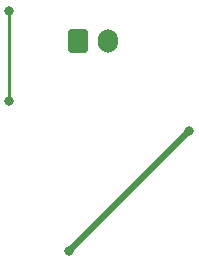
<source format=gbr>
%TF.GenerationSoftware,KiCad,Pcbnew,7.0.10*%
%TF.CreationDate,2024-01-18T11:30:14-08:00*%
%TF.ProjectId,week2,7765656b-322e-46b6-9963-61645f706362,rev?*%
%TF.SameCoordinates,Original*%
%TF.FileFunction,Copper,L2,Bot*%
%TF.FilePolarity,Positive*%
%FSLAX46Y46*%
G04 Gerber Fmt 4.6, Leading zero omitted, Abs format (unit mm)*
G04 Created by KiCad (PCBNEW 7.0.10) date 2024-01-18 11:30:14*
%MOMM*%
%LPD*%
G01*
G04 APERTURE LIST*
G04 Aperture macros list*
%AMRoundRect*
0 Rectangle with rounded corners*
0 $1 Rounding radius*
0 $2 $3 $4 $5 $6 $7 $8 $9 X,Y pos of 4 corners*
0 Add a 4 corners polygon primitive as box body*
4,1,4,$2,$3,$4,$5,$6,$7,$8,$9,$2,$3,0*
0 Add four circle primitives for the rounded corners*
1,1,$1+$1,$2,$3*
1,1,$1+$1,$4,$5*
1,1,$1+$1,$6,$7*
1,1,$1+$1,$8,$9*
0 Add four rect primitives between the rounded corners*
20,1,$1+$1,$2,$3,$4,$5,0*
20,1,$1+$1,$4,$5,$6,$7,0*
20,1,$1+$1,$6,$7,$8,$9,0*
20,1,$1+$1,$8,$9,$2,$3,0*%
G04 Aperture macros list end*
%TA.AperFunction,ComponentPad*%
%ADD10RoundRect,0.250000X-0.600000X-0.750000X0.600000X-0.750000X0.600000X0.750000X-0.600000X0.750000X0*%
%TD*%
%TA.AperFunction,ComponentPad*%
%ADD11O,1.700000X2.000000*%
%TD*%
%TA.AperFunction,ViaPad*%
%ADD12C,0.800000*%
%TD*%
%TA.AperFunction,Conductor*%
%ADD13C,0.250000*%
%TD*%
%TA.AperFunction,Conductor*%
%ADD14C,0.500000*%
%TD*%
G04 APERTURE END LIST*
D10*
%TO.P,J1,1,Pin_1*%
%TO.N,+9V*%
X168367500Y-96520000D03*
D11*
%TO.P,J1,2,Pin_2*%
%TO.N,GND*%
X170867500Y-96520000D03*
%TD*%
D12*
%TO.N,GND*%
X162560000Y-93980000D03*
X162560000Y-101600000D03*
%TO.N,+9V*%
X177800000Y-104140000D03*
X167640000Y-114300000D03*
%TD*%
D13*
%TO.N,GND*%
X162560000Y-101600000D02*
X162560000Y-93980000D01*
D14*
%TO.N,+9V*%
X167640000Y-114300000D02*
X177800000Y-104140000D01*
%TD*%
M02*

</source>
